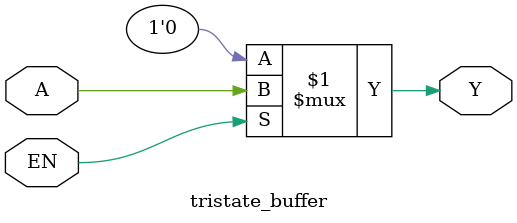
<source format=v>
`timescale 1ns / 1ps


module tristate_buffer(
        input  A,    
        input  EN,  
        output  Y
    );
    assign Y = EN ? A : 1'b0;
endmodule

</source>
